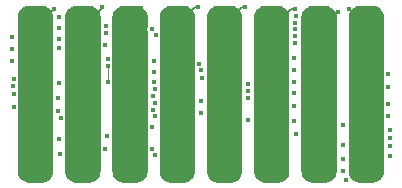
<source format=gbr>
%TF.GenerationSoftware,KiCad,Pcbnew,6.0.8-f2edbf62ab~116~ubuntu22.04.1*%
%TF.CreationDate,2022-11-01T10:45:10+00:00*%
%TF.ProjectId,cleverhand_emg,636c6576-6572-4686-916e-645f656d672e,3.0*%
%TF.SameCoordinates,Original*%
%TF.FileFunction,Copper,L4,Bot*%
%TF.FilePolarity,Positive*%
%FSLAX46Y46*%
G04 Gerber Fmt 4.6, Leading zero omitted, Abs format (unit mm)*
G04 Created by KiCad (PCBNEW 6.0.8-f2edbf62ab~116~ubuntu22.04.1) date 2022-11-01 10:45:10*
%MOMM*%
%LPD*%
G01*
G04 APERTURE LIST*
%TA.AperFunction,ViaPad*%
%ADD10C,0.400000*%
%TD*%
%TA.AperFunction,Conductor*%
%ADD11C,0.100000*%
%TD*%
%TA.AperFunction,Conductor*%
%ADD12C,0.127000*%
%TD*%
G04 APERTURE END LIST*
D10*
%TO.N,/MCLK*%
X157500000Y-102600000D03*
X165370000Y-103270000D03*
%TO.N,/IRQ*%
X157500000Y-101600000D03*
X165370000Y-101970000D03*
%TO.N,Net-(D2-Pad3)*%
X153610000Y-100580000D03*
X161500000Y-101300000D03*
%TO.N,/SCK*%
X157340000Y-98410000D03*
X165360000Y-98960000D03*
%TO.N,/SDI*%
X165350000Y-99940000D03*
X157540000Y-98970000D03*
%TO.N,/SDO*%
X165340000Y-100910000D03*
X157560000Y-99590000D03*
%TO.N,/CH0*%
X170080000Y-93790000D03*
%TO.N,Net-(D1-Pad3)*%
X141650000Y-101010000D03*
X149530000Y-104530000D03*
%TO.N,Net-(D3-Pad3)*%
X161500000Y-100100000D03*
X173360000Y-101860000D03*
%TO.N,/CH1*%
X169090000Y-94070000D03*
%TO.N,/CH2*%
X165500000Y-93800000D03*
%TO.N,/CH3*%
X165510000Y-94370000D03*
X161250000Y-93590000D03*
%TO.N,/CH4*%
X157250000Y-93600000D03*
X165500000Y-94940000D03*
%TO.N,/CH5*%
X165500000Y-95510000D03*
X152450000Y-93720000D03*
%TO.N,/CH6*%
X149120000Y-93630000D03*
X165500000Y-96080000D03*
%TO.N,/CH7*%
X145070000Y-93830000D03*
X165500000Y-96650000D03*
%TO.N,/cs_adc*%
X165400000Y-97970000D03*
X149480000Y-95240000D03*
%TO.N,GND*%
X141500000Y-96200000D03*
X153500000Y-100010000D03*
X145500000Y-97100000D03*
X169500000Y-105300000D03*
X145497692Y-94498196D03*
X169500000Y-106500000D03*
X141598000Y-100330000D03*
X153370000Y-105610000D03*
X141500000Y-98200000D03*
X169810000Y-108300000D03*
X161500000Y-100700000D03*
X141500000Y-97200000D03*
X169500000Y-107500000D03*
X149390000Y-96820000D03*
X173500000Y-104000000D03*
X173500000Y-106200000D03*
X145510000Y-104760000D03*
X145500000Y-95400000D03*
X173380000Y-99280000D03*
X145497692Y-96296532D03*
X145530000Y-106080000D03*
X173500000Y-104700000D03*
X153320000Y-95490000D03*
X173500000Y-105400000D03*
%TO.N,+3.3V*%
X149400000Y-105600000D03*
X153560000Y-98220000D03*
X149450000Y-95830000D03*
X173360000Y-102850000D03*
X165560000Y-104350000D03*
X145450000Y-100020000D03*
X141650000Y-99692000D03*
X153390000Y-103740000D03*
%TO.N,/carry2*%
X149630000Y-99990000D03*
X149620000Y-98620000D03*
%TO.N,/A3*%
X153630000Y-101720000D03*
X149630000Y-98040000D03*
%TO.N,/A0*%
X153430000Y-102300000D03*
X145650000Y-102990000D03*
%TO.N,/S1*%
X153510000Y-99150000D03*
X145390000Y-102430000D03*
%TO.N,/A1*%
X153590000Y-102870000D03*
X145360000Y-101360000D03*
%TO.N,/NEO_IN*%
X153620000Y-106140000D03*
X141650000Y-102070000D03*
%TO.N,/NEO_OUT*%
X153670000Y-95950000D03*
X153410000Y-101160000D03*
X173360000Y-100370000D03*
%TO.N,/CH_REF*%
X161450000Y-103180000D03*
X169520000Y-103580000D03*
%TD*%
D11*
%TO.N,/carry2*%
X149620000Y-98620000D02*
X149630000Y-98630000D01*
X149630000Y-98630000D02*
X149630000Y-99990000D01*
D12*
%TO.N,/CH0*%
X170080000Y-93790000D02*
X170400000Y-94110000D01*
%TO.N,/CH1*%
X168860000Y-94300000D02*
X168700000Y-94300000D01*
X169090000Y-94070000D02*
X168860000Y-94300000D01*
%TO.N,/CH2*%
X165100000Y-93800000D02*
X164500000Y-94400000D01*
X165500000Y-93800000D02*
X165100000Y-93800000D01*
%TO.N,/CH3*%
X161010000Y-93590000D02*
X160450000Y-94150000D01*
X161250000Y-93590000D02*
X161010000Y-93590000D01*
%TO.N,/CH4*%
X157250000Y-93600000D02*
X157000000Y-93600000D01*
X157000000Y-93600000D02*
X156400000Y-94200000D01*
%TO.N,/CH5*%
X152450000Y-93970000D02*
X152390000Y-94030000D01*
X152450000Y-93720000D02*
X152450000Y-93970000D01*
%TO.N,/CH6*%
X149120000Y-93680000D02*
X148400000Y-94400000D01*
X149120000Y-93630000D02*
X149120000Y-93680000D01*
%TO.N,/CH7*%
X145070000Y-93830000D02*
X144600000Y-94300000D01*
%TD*%
%TA.AperFunction,Conductor*%
%TO.N,/CH7*%
G36*
X144006163Y-93500607D02*
G01*
X144182740Y-93517999D01*
X144206957Y-93522815D01*
X144370809Y-93572518D01*
X144393629Y-93581971D01*
X144544631Y-93662683D01*
X144565158Y-93676399D01*
X144697521Y-93785026D01*
X144714974Y-93802479D01*
X144823601Y-93934842D01*
X144837317Y-93955369D01*
X144881980Y-94038928D01*
X144918029Y-94106371D01*
X144927482Y-94129190D01*
X144977185Y-94293043D01*
X144982001Y-94317260D01*
X144999393Y-94493837D01*
X145000000Y-94506187D01*
X145000000Y-101254632D01*
X144998449Y-101274343D01*
X144984882Y-101360000D01*
X144986433Y-101369792D01*
X144998449Y-101445657D01*
X145000000Y-101465368D01*
X145000000Y-107493813D01*
X144999393Y-107506163D01*
X144991392Y-107587403D01*
X144982002Y-107682737D01*
X144977185Y-107706957D01*
X144955388Y-107778815D01*
X144927482Y-107870809D01*
X144918029Y-107893629D01*
X144870337Y-107982856D01*
X144837319Y-108044628D01*
X144823601Y-108065158D01*
X144714974Y-108197521D01*
X144697521Y-108214974D01*
X144565158Y-108323601D01*
X144544631Y-108337317D01*
X144531638Y-108344262D01*
X144393629Y-108418029D01*
X144370810Y-108427482D01*
X144206957Y-108477185D01*
X144182740Y-108482001D01*
X144021738Y-108497859D01*
X144006163Y-108499393D01*
X143993813Y-108500000D01*
X143001535Y-108500000D01*
X142998449Y-108499962D01*
X142996522Y-108499915D01*
X142912595Y-108497859D01*
X142891106Y-108495477D01*
X142768367Y-108471062D01*
X142721185Y-108461677D01*
X142697549Y-108454507D01*
X142538928Y-108388804D01*
X142517144Y-108377160D01*
X142374388Y-108281774D01*
X142355295Y-108266104D01*
X142233896Y-108144705D01*
X142218226Y-108125612D01*
X142122840Y-107982856D01*
X142111196Y-107961072D01*
X142045493Y-107802451D01*
X142038323Y-107778815D01*
X142004524Y-107608899D01*
X142002141Y-107587403D01*
X142000038Y-107501551D01*
X142000000Y-107498465D01*
X142000000Y-102221653D01*
X142005165Y-102189044D01*
X142006758Y-102185918D01*
X142025118Y-102070000D01*
X142006758Y-101954082D01*
X142005165Y-101950956D01*
X142000000Y-101918347D01*
X142000000Y-101161653D01*
X142005165Y-101129044D01*
X142006758Y-101125918D01*
X142025118Y-101010000D01*
X142006758Y-100894082D01*
X142005165Y-100890956D01*
X142000000Y-100858347D01*
X142000000Y-99843653D01*
X142005165Y-99811044D01*
X142006758Y-99807918D01*
X142025118Y-99692000D01*
X142006758Y-99576082D01*
X142005165Y-99572956D01*
X142000000Y-99540347D01*
X142000000Y-94501535D01*
X142000038Y-94498449D01*
X142002141Y-94412597D01*
X142004524Y-94391101D01*
X142038323Y-94221185D01*
X142045493Y-94197549D01*
X142111196Y-94038928D01*
X142122840Y-94017144D01*
X142218226Y-93874388D01*
X142233896Y-93855295D01*
X142355295Y-93733896D01*
X142374388Y-93718226D01*
X142517144Y-93622840D01*
X142538928Y-93611196D01*
X142697549Y-93545493D01*
X142721185Y-93538323D01*
X142799148Y-93522815D01*
X142891106Y-93504523D01*
X142912595Y-93502141D01*
X142998449Y-93500038D01*
X143001535Y-93500000D01*
X143993813Y-93500000D01*
X144006163Y-93500607D01*
G37*
%TD.AperFunction*%
%TD*%
%TA.AperFunction,Conductor*%
%TO.N,/CH4*%
G36*
X156006163Y-93500607D02*
G01*
X156182740Y-93517999D01*
X156206957Y-93522815D01*
X156370809Y-93572518D01*
X156393629Y-93581971D01*
X156544631Y-93662683D01*
X156565158Y-93676399D01*
X156697521Y-93785026D01*
X156714974Y-93802479D01*
X156823601Y-93934842D01*
X156837319Y-93955372D01*
X156918029Y-94106371D01*
X156927482Y-94129190D01*
X156977185Y-94293043D01*
X156982002Y-94317263D01*
X156999393Y-94493837D01*
X157000000Y-94506187D01*
X157000000Y-98230943D01*
X156989341Y-98275340D01*
X156990808Y-98275817D01*
X156987745Y-98285245D01*
X156983242Y-98294082D01*
X156964882Y-98410000D01*
X156983242Y-98525918D01*
X156987745Y-98534755D01*
X156990808Y-98544183D01*
X156989341Y-98544660D01*
X157000000Y-98589057D01*
X157000000Y-107493813D01*
X156999393Y-107506163D01*
X156982002Y-107682737D01*
X156977185Y-107706957D01*
X156927482Y-107870809D01*
X156918029Y-107893629D01*
X156837319Y-108044628D01*
X156823601Y-108065158D01*
X156714974Y-108197521D01*
X156697521Y-108214974D01*
X156565158Y-108323601D01*
X156544631Y-108337317D01*
X156452417Y-108386607D01*
X156393629Y-108418029D01*
X156370810Y-108427482D01*
X156206957Y-108477185D01*
X156182740Y-108482001D01*
X156006163Y-108499393D01*
X155993813Y-108500000D01*
X155006187Y-108500000D01*
X154993837Y-108499393D01*
X154817260Y-108482001D01*
X154793043Y-108477185D01*
X154629190Y-108427482D01*
X154606371Y-108418029D01*
X154547583Y-108386607D01*
X154455369Y-108337317D01*
X154434842Y-108323601D01*
X154302479Y-108214974D01*
X154285026Y-108197521D01*
X154176399Y-108065158D01*
X154162681Y-108044628D01*
X154081971Y-107893629D01*
X154072518Y-107870809D01*
X154022815Y-107706957D01*
X154017998Y-107682737D01*
X154000607Y-107506163D01*
X154000000Y-107493813D01*
X154000000Y-101762232D01*
X154001551Y-101742521D01*
X154003567Y-101729793D01*
X154003567Y-101729792D01*
X154005118Y-101720000D01*
X154001551Y-101697479D01*
X154000000Y-101677768D01*
X154000000Y-96148683D01*
X154013732Y-96091482D01*
X154026758Y-96065918D01*
X154045118Y-95950000D01*
X154026758Y-95834082D01*
X154013732Y-95808518D01*
X154000000Y-95751317D01*
X154000000Y-94506187D01*
X154000607Y-94493837D01*
X154017998Y-94317263D01*
X154022815Y-94293043D01*
X154072518Y-94129190D01*
X154081971Y-94106371D01*
X154162681Y-93955372D01*
X154176399Y-93934842D01*
X154285026Y-93802479D01*
X154302479Y-93785026D01*
X154434842Y-93676399D01*
X154455369Y-93662683D01*
X154606371Y-93581971D01*
X154629191Y-93572518D01*
X154793043Y-93522815D01*
X154817260Y-93517999D01*
X154993837Y-93500607D01*
X155006187Y-93500000D01*
X155993813Y-93500000D01*
X156006163Y-93500607D01*
G37*
%TD.AperFunction*%
%TD*%
%TA.AperFunction,Conductor*%
%TO.N,/CH5*%
G36*
X152006163Y-93500607D02*
G01*
X152182740Y-93517999D01*
X152206957Y-93522815D01*
X152370809Y-93572518D01*
X152393629Y-93581971D01*
X152544631Y-93662683D01*
X152565158Y-93676399D01*
X152697521Y-93785026D01*
X152714974Y-93802479D01*
X152823601Y-93934842D01*
X152837319Y-93955372D01*
X152918029Y-94106371D01*
X152927482Y-94129190D01*
X152977185Y-94293043D01*
X152982002Y-94317263D01*
X152999393Y-94493837D01*
X153000000Y-94506187D01*
X153000000Y-95271690D01*
X152986267Y-95328892D01*
X152963242Y-95374082D01*
X152944882Y-95490000D01*
X152963242Y-95605918D01*
X152967743Y-95614751D01*
X152986267Y-95651107D01*
X153000000Y-95708310D01*
X153000000Y-105567768D01*
X152998449Y-105587479D01*
X152994882Y-105610000D01*
X152996433Y-105619792D01*
X152996433Y-105619793D01*
X152998449Y-105632521D01*
X153000000Y-105652232D01*
X153000000Y-107493813D01*
X152999393Y-107506163D01*
X152982002Y-107682737D01*
X152977185Y-107706957D01*
X152927482Y-107870809D01*
X152918029Y-107893629D01*
X152837319Y-108044628D01*
X152823601Y-108065158D01*
X152714974Y-108197521D01*
X152697521Y-108214974D01*
X152565158Y-108323601D01*
X152544631Y-108337317D01*
X152452417Y-108386607D01*
X152393629Y-108418029D01*
X152370810Y-108427482D01*
X152206957Y-108477185D01*
X152182740Y-108482001D01*
X152006163Y-108499393D01*
X151993813Y-108500000D01*
X151006187Y-108500000D01*
X150993837Y-108499393D01*
X150817260Y-108482001D01*
X150793043Y-108477185D01*
X150629190Y-108427482D01*
X150606371Y-108418029D01*
X150547583Y-108386607D01*
X150455369Y-108337317D01*
X150434842Y-108323601D01*
X150302479Y-108214974D01*
X150285026Y-108197521D01*
X150176399Y-108065158D01*
X150162681Y-108044628D01*
X150081971Y-107893629D01*
X150072518Y-107870809D01*
X150022815Y-107706957D01*
X150017998Y-107682737D01*
X150000607Y-107506163D01*
X150000000Y-107493813D01*
X150000000Y-100032232D01*
X150001551Y-100012521D01*
X150003567Y-99999793D01*
X150003567Y-99999792D01*
X150005118Y-99990000D01*
X150001551Y-99967479D01*
X150000000Y-99947768D01*
X150000000Y-98082232D01*
X150001551Y-98062521D01*
X150003567Y-98049793D01*
X150003567Y-98049792D01*
X150005118Y-98040000D01*
X150001551Y-98017479D01*
X150000000Y-97997768D01*
X150000000Y-94506187D01*
X150000607Y-94493837D01*
X150017998Y-94317263D01*
X150022815Y-94293043D01*
X150072518Y-94129190D01*
X150081971Y-94106371D01*
X150162681Y-93955372D01*
X150176399Y-93934842D01*
X150285026Y-93802479D01*
X150302479Y-93785026D01*
X150434842Y-93676399D01*
X150455369Y-93662683D01*
X150606371Y-93581971D01*
X150629191Y-93572518D01*
X150793043Y-93522815D01*
X150817260Y-93517999D01*
X150993837Y-93500607D01*
X151006187Y-93500000D01*
X151993813Y-93500000D01*
X152006163Y-93500607D01*
G37*
%TD.AperFunction*%
%TD*%
%TA.AperFunction,Conductor*%
%TO.N,/CH3*%
G36*
X160006163Y-93500607D02*
G01*
X160182740Y-93517999D01*
X160206957Y-93522815D01*
X160370809Y-93572518D01*
X160393629Y-93581971D01*
X160544631Y-93662683D01*
X160565158Y-93676399D01*
X160697521Y-93785026D01*
X160714974Y-93802479D01*
X160823601Y-93934842D01*
X160837319Y-93955372D01*
X160918029Y-94106371D01*
X160927482Y-94129190D01*
X160977185Y-94293043D01*
X160982002Y-94317263D01*
X160999393Y-94493837D01*
X161000000Y-94506187D01*
X161000000Y-107493813D01*
X160999393Y-107506163D01*
X160982002Y-107682737D01*
X160977185Y-107706957D01*
X160927482Y-107870809D01*
X160918029Y-107893629D01*
X160837319Y-108044628D01*
X160823601Y-108065158D01*
X160714974Y-108197521D01*
X160697521Y-108214974D01*
X160565158Y-108323601D01*
X160544631Y-108337317D01*
X160452417Y-108386607D01*
X160393629Y-108418029D01*
X160370810Y-108427482D01*
X160206957Y-108477185D01*
X160182740Y-108482001D01*
X160006163Y-108499393D01*
X159993813Y-108500000D01*
X159006187Y-108500000D01*
X158993837Y-108499393D01*
X158817260Y-108482001D01*
X158793043Y-108477185D01*
X158629190Y-108427482D01*
X158606371Y-108418029D01*
X158547583Y-108386607D01*
X158455369Y-108337317D01*
X158434842Y-108323601D01*
X158302479Y-108214974D01*
X158285026Y-108197521D01*
X158176399Y-108065158D01*
X158162681Y-108044628D01*
X158081971Y-107893629D01*
X158072518Y-107870809D01*
X158022815Y-107706957D01*
X158017998Y-107682737D01*
X158000607Y-107506163D01*
X158000000Y-107493813D01*
X158000000Y-94506187D01*
X158000607Y-94493837D01*
X158017998Y-94317263D01*
X158022815Y-94293043D01*
X158072518Y-94129190D01*
X158081971Y-94106371D01*
X158162681Y-93955372D01*
X158176399Y-93934842D01*
X158285026Y-93802479D01*
X158302479Y-93785026D01*
X158434842Y-93676399D01*
X158455369Y-93662683D01*
X158606371Y-93581971D01*
X158629191Y-93572518D01*
X158793043Y-93522815D01*
X158817260Y-93517999D01*
X158993837Y-93500607D01*
X159006187Y-93500000D01*
X159993813Y-93500000D01*
X160006163Y-93500607D01*
G37*
%TD.AperFunction*%
%TD*%
%TA.AperFunction,Conductor*%
%TO.N,/CH2*%
G36*
X164006163Y-93500607D02*
G01*
X164182740Y-93517999D01*
X164206957Y-93522815D01*
X164370809Y-93572518D01*
X164393629Y-93581971D01*
X164544631Y-93662683D01*
X164565158Y-93676399D01*
X164697521Y-93785026D01*
X164714974Y-93802479D01*
X164823601Y-93934842D01*
X164837319Y-93955372D01*
X164918029Y-94106371D01*
X164927482Y-94129190D01*
X164977185Y-94293043D01*
X164982002Y-94317263D01*
X164999393Y-94493837D01*
X165000000Y-94506187D01*
X165000000Y-98854632D01*
X164998449Y-98874343D01*
X164984882Y-98960000D01*
X164986433Y-98969792D01*
X164998449Y-99045657D01*
X165000000Y-99065368D01*
X165000000Y-99788347D01*
X164994835Y-99820956D01*
X164993242Y-99824082D01*
X164974882Y-99940000D01*
X164993242Y-100055918D01*
X164994835Y-100059044D01*
X165000000Y-100091653D01*
X165000000Y-100730943D01*
X164989341Y-100775340D01*
X164990808Y-100775817D01*
X164987745Y-100785245D01*
X164983242Y-100794082D01*
X164964882Y-100910000D01*
X164983242Y-101025918D01*
X164987745Y-101034755D01*
X164990808Y-101044183D01*
X164989341Y-101044660D01*
X165000000Y-101089057D01*
X165000000Y-101927768D01*
X164998449Y-101947479D01*
X164994882Y-101970000D01*
X164996433Y-101979792D01*
X164996433Y-101979793D01*
X164998449Y-101992521D01*
X165000000Y-102012232D01*
X165000000Y-103227768D01*
X164998449Y-103247479D01*
X164994882Y-103270000D01*
X164996433Y-103279792D01*
X164996433Y-103279793D01*
X164998449Y-103292521D01*
X165000000Y-103312232D01*
X165000000Y-107493813D01*
X164999393Y-107506163D01*
X164982002Y-107682737D01*
X164977185Y-107706957D01*
X164927482Y-107870809D01*
X164918029Y-107893629D01*
X164837319Y-108044628D01*
X164823601Y-108065158D01*
X164714974Y-108197521D01*
X164697521Y-108214974D01*
X164565158Y-108323601D01*
X164544631Y-108337317D01*
X164452417Y-108386607D01*
X164393629Y-108418029D01*
X164370810Y-108427482D01*
X164206957Y-108477185D01*
X164182740Y-108482001D01*
X164006163Y-108499393D01*
X163993813Y-108500000D01*
X163006187Y-108500000D01*
X162993837Y-108499393D01*
X162817260Y-108482001D01*
X162793043Y-108477185D01*
X162629190Y-108427482D01*
X162606371Y-108418029D01*
X162547583Y-108386607D01*
X162455369Y-108337317D01*
X162434842Y-108323601D01*
X162302479Y-108214974D01*
X162285026Y-108197521D01*
X162176399Y-108065158D01*
X162162681Y-108044628D01*
X162081971Y-107893629D01*
X162072518Y-107870809D01*
X162022815Y-107706957D01*
X162017998Y-107682737D01*
X162000607Y-107506163D01*
X162000000Y-107493813D01*
X162000000Y-94506187D01*
X162000607Y-94493837D01*
X162017998Y-94317263D01*
X162022815Y-94293043D01*
X162072518Y-94129190D01*
X162081971Y-94106371D01*
X162162681Y-93955372D01*
X162176399Y-93934842D01*
X162285026Y-93802479D01*
X162302479Y-93785026D01*
X162434842Y-93676399D01*
X162455369Y-93662683D01*
X162606371Y-93581971D01*
X162629191Y-93572518D01*
X162793043Y-93522815D01*
X162817260Y-93517999D01*
X162993837Y-93500607D01*
X163006187Y-93500000D01*
X163993813Y-93500000D01*
X164006163Y-93500607D01*
G37*
%TD.AperFunction*%
%TD*%
%TA.AperFunction,Conductor*%
%TO.N,/CH0*%
G36*
X172001551Y-93500038D02*
G01*
X172087405Y-93502141D01*
X172108894Y-93504523D01*
X172200852Y-93522815D01*
X172278815Y-93538323D01*
X172302451Y-93545493D01*
X172461072Y-93611196D01*
X172482856Y-93622840D01*
X172625612Y-93718226D01*
X172644705Y-93733896D01*
X172766104Y-93855295D01*
X172781774Y-93874388D01*
X172877160Y-94017144D01*
X172888804Y-94038928D01*
X172954507Y-94197549D01*
X172961677Y-94221185D01*
X172995476Y-94391101D01*
X172997859Y-94412597D01*
X172999962Y-94498449D01*
X173000000Y-94501535D01*
X173000000Y-100264632D01*
X172998449Y-100284343D01*
X172984882Y-100370000D01*
X172986433Y-100379792D01*
X172998449Y-100455657D01*
X173000000Y-100475368D01*
X173000000Y-101754632D01*
X172998449Y-101774343D01*
X172984882Y-101860000D01*
X172986433Y-101869792D01*
X172998449Y-101945657D01*
X173000000Y-101965368D01*
X173000000Y-102744632D01*
X172998449Y-102764343D01*
X172984882Y-102850000D01*
X172986433Y-102859792D01*
X172998449Y-102935657D01*
X173000000Y-102955368D01*
X173000000Y-107498465D01*
X172999962Y-107501551D01*
X172997859Y-107587403D01*
X172995476Y-107608899D01*
X172961677Y-107778815D01*
X172954507Y-107802451D01*
X172888804Y-107961072D01*
X172877160Y-107982856D01*
X172781774Y-108125612D01*
X172766104Y-108144705D01*
X172644705Y-108266104D01*
X172625612Y-108281774D01*
X172482856Y-108377160D01*
X172461072Y-108388804D01*
X172302451Y-108454507D01*
X172278815Y-108461677D01*
X172231633Y-108471062D01*
X172108894Y-108495477D01*
X172087405Y-108497859D01*
X172003478Y-108499915D01*
X172001551Y-108499962D01*
X171998465Y-108500000D01*
X171006187Y-108500000D01*
X170993837Y-108499393D01*
X170978262Y-108497859D01*
X170817260Y-108482001D01*
X170793043Y-108477185D01*
X170629190Y-108427482D01*
X170606371Y-108418029D01*
X170468362Y-108344262D01*
X170455369Y-108337317D01*
X170434842Y-108323601D01*
X170302479Y-108214974D01*
X170285026Y-108197521D01*
X170176399Y-108065158D01*
X170162681Y-108044628D01*
X170129664Y-107982856D01*
X170081971Y-107893629D01*
X170072518Y-107870809D01*
X170044612Y-107778815D01*
X170022815Y-107706957D01*
X170017998Y-107682737D01*
X170008609Y-107587403D01*
X170000607Y-107506163D01*
X170000000Y-107493813D01*
X170000000Y-94506187D01*
X170000607Y-94493837D01*
X170017999Y-94317260D01*
X170022815Y-94293043D01*
X170072518Y-94129190D01*
X170081971Y-94106371D01*
X170118020Y-94038928D01*
X170162683Y-93955369D01*
X170176399Y-93934842D01*
X170285026Y-93802479D01*
X170302479Y-93785026D01*
X170434842Y-93676399D01*
X170455369Y-93662683D01*
X170606371Y-93581971D01*
X170629191Y-93572518D01*
X170793043Y-93522815D01*
X170817260Y-93517999D01*
X170993837Y-93500607D01*
X171006187Y-93500000D01*
X171998465Y-93500000D01*
X172001551Y-93500038D01*
G37*
%TD.AperFunction*%
%TD*%
%TA.AperFunction,Conductor*%
%TO.N,/CH1*%
G36*
X168006163Y-93500607D02*
G01*
X168182740Y-93517999D01*
X168206957Y-93522815D01*
X168370809Y-93572518D01*
X168393629Y-93581971D01*
X168544631Y-93662683D01*
X168565158Y-93676399D01*
X168697521Y-93785026D01*
X168714974Y-93802479D01*
X168823601Y-93934842D01*
X168837319Y-93955372D01*
X168918029Y-94106371D01*
X168927482Y-94129190D01*
X168977185Y-94293043D01*
X168982002Y-94317263D01*
X168999393Y-94493837D01*
X169000000Y-94506187D01*
X169000000Y-107493813D01*
X168999393Y-107506163D01*
X168982002Y-107682737D01*
X168977185Y-107706957D01*
X168927482Y-107870809D01*
X168918029Y-107893629D01*
X168837319Y-108044628D01*
X168823601Y-108065158D01*
X168714974Y-108197521D01*
X168697521Y-108214974D01*
X168565158Y-108323601D01*
X168544631Y-108337317D01*
X168452417Y-108386607D01*
X168393629Y-108418029D01*
X168370810Y-108427482D01*
X168206957Y-108477185D01*
X168182740Y-108482001D01*
X168006163Y-108499393D01*
X167993813Y-108500000D01*
X167006187Y-108500000D01*
X166993837Y-108499393D01*
X166817260Y-108482001D01*
X166793043Y-108477185D01*
X166629190Y-108427482D01*
X166606371Y-108418029D01*
X166547583Y-108386607D01*
X166455369Y-108337317D01*
X166434842Y-108323601D01*
X166302479Y-108214974D01*
X166285026Y-108197521D01*
X166176399Y-108065158D01*
X166162681Y-108044628D01*
X166081971Y-107893629D01*
X166072518Y-107870809D01*
X166022815Y-107706957D01*
X166017998Y-107682737D01*
X166000607Y-107506163D01*
X166000000Y-107493813D01*
X166000000Y-94506187D01*
X166000607Y-94493837D01*
X166017998Y-94317263D01*
X166022815Y-94293043D01*
X166072518Y-94129190D01*
X166081971Y-94106371D01*
X166162681Y-93955372D01*
X166176399Y-93934842D01*
X166285026Y-93802479D01*
X166302479Y-93785026D01*
X166434842Y-93676399D01*
X166455369Y-93662683D01*
X166606371Y-93581971D01*
X166629191Y-93572518D01*
X166793043Y-93522815D01*
X166817260Y-93517999D01*
X166993837Y-93500607D01*
X167006187Y-93500000D01*
X167993813Y-93500000D01*
X168006163Y-93500607D01*
G37*
%TD.AperFunction*%
%TD*%
%TA.AperFunction,Conductor*%
%TO.N,/CH6*%
G36*
X148006163Y-93500607D02*
G01*
X148182740Y-93517999D01*
X148206957Y-93522815D01*
X148370809Y-93572518D01*
X148393629Y-93581971D01*
X148544631Y-93662683D01*
X148565158Y-93676399D01*
X148697521Y-93785026D01*
X148714974Y-93802479D01*
X148823601Y-93934842D01*
X148837319Y-93955372D01*
X148918029Y-94106371D01*
X148927482Y-94129190D01*
X148977185Y-94293043D01*
X148982002Y-94317263D01*
X148999393Y-94493837D01*
X149000000Y-94506187D01*
X149000000Y-107493813D01*
X148999393Y-107506163D01*
X148982002Y-107682737D01*
X148977185Y-107706957D01*
X148927482Y-107870809D01*
X148918029Y-107893629D01*
X148837319Y-108044628D01*
X148823601Y-108065158D01*
X148714974Y-108197521D01*
X148697521Y-108214974D01*
X148565158Y-108323601D01*
X148544631Y-108337317D01*
X148452417Y-108386607D01*
X148393629Y-108418029D01*
X148370810Y-108427482D01*
X148206957Y-108477185D01*
X148182740Y-108482001D01*
X148006163Y-108499393D01*
X147993813Y-108500000D01*
X147006187Y-108500000D01*
X146993837Y-108499393D01*
X146817260Y-108482001D01*
X146793043Y-108477185D01*
X146629190Y-108427482D01*
X146606371Y-108418029D01*
X146547583Y-108386607D01*
X146455369Y-108337317D01*
X146434842Y-108323601D01*
X146302479Y-108214974D01*
X146285026Y-108197521D01*
X146176399Y-108065158D01*
X146162681Y-108044628D01*
X146081971Y-107893629D01*
X146072518Y-107870809D01*
X146022815Y-107706957D01*
X146017998Y-107682737D01*
X146000607Y-107506163D01*
X146000000Y-107493813D01*
X146000000Y-103141653D01*
X146005165Y-103109044D01*
X146006758Y-103105918D01*
X146025118Y-102990000D01*
X146006758Y-102874082D01*
X146005165Y-102870956D01*
X146000000Y-102838347D01*
X146000000Y-94506187D01*
X146000607Y-94493837D01*
X146017998Y-94317263D01*
X146022815Y-94293043D01*
X146072518Y-94129190D01*
X146081971Y-94106371D01*
X146162681Y-93955372D01*
X146176399Y-93934842D01*
X146285026Y-93802479D01*
X146302479Y-93785026D01*
X146434842Y-93676399D01*
X146455369Y-93662683D01*
X146606371Y-93581971D01*
X146629191Y-93572518D01*
X146793043Y-93522815D01*
X146817260Y-93517999D01*
X146993837Y-93500607D01*
X147006187Y-93500000D01*
X147993813Y-93500000D01*
X148006163Y-93500607D01*
G37*
%TD.AperFunction*%
%TD*%
M02*

</source>
